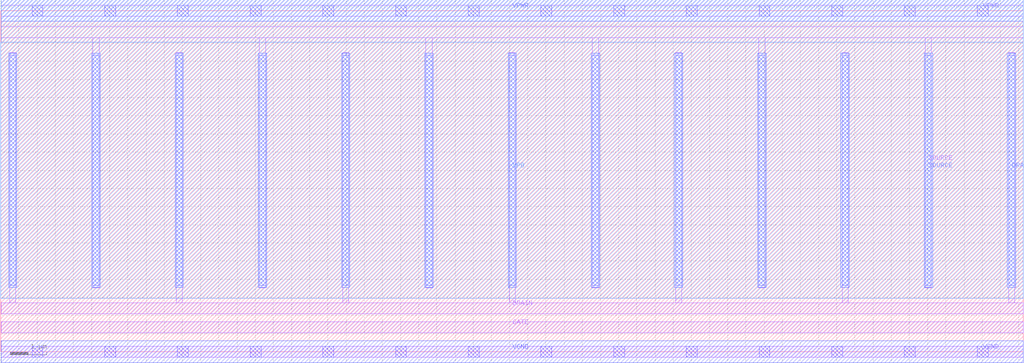
<source format=lef>
VERSION 5.7 ;
  NOWIREEXTENSIONATPIN ON ;
  DIVIDERCHAR "/" ;
  BUSBITCHARS "[]" ;
MACRO sky130_asc_pfet_01v8_lvt_1
  CLASS CORE ;
  FOREIGN sky130_asc_pfet_01v8_lvt_1 ;
  ORIGIN 0.000 0.000 ;
  SIZE 2.940 BY 9.400 ;
  SITE unitasc ;
  PIN GATE
    DIRECTION INOUT ;
    USE SIGNAL ;
    ANTENNAGATEAREA 12.900000 ;
    PORT
      LAYER li1 ;
        RECT 0.000 0.520 2.940 0.820 ;
    END
  END GATE
  PIN SOURCE
    DIRECTION INOUT ;
    USE SIGNAL ;
    ANTENNADIFFAREA 1.870500 ;
    PORT
      LAYER li1 ;
        RECT 0.000 8.650 2.940 8.950 ;
        RECT 2.525 8.245 2.695 8.650 ;
        RECT 2.525 8.130 2.700 8.245 ;
        RECT 2.530 1.755 2.700 8.130 ;
      LAYER mcon ;
        RECT 2.530 1.835 2.700 8.165 ;
      LAYER met1 ;
        RECT 2.500 1.775 2.730 8.225 ;
    END
  END SOURCE
  PIN DRAIN
    DIRECTION INOUT ;
    USE SIGNAL ;
    ANTENNADIFFAREA 1.870500 ;
    PORT
      LAYER li1 ;
        RECT 0.240 1.870 0.410 8.245 ;
        RECT 0.235 1.755 0.410 1.870 ;
        RECT 0.235 1.350 0.405 1.755 ;
        RECT 0.000 1.050 2.940 1.350 ;
      LAYER mcon ;
        RECT 0.240 1.835 0.410 8.165 ;
      LAYER met1 ;
        RECT 0.210 1.775 0.440 8.225 ;
    END
  END DRAIN
  PIN VPB
    DIRECTION INOUT ;
    USE POWER ;
    PORT
      LAYER nwell ;
        RECT 0.000 1.465 2.940 9.700 ;
    END
  END VPB
  PIN VPWR
    DIRECTION INOUT ;
    USE POWER ;
    SHAPE ABUTMENT ;
    PORT
      LAYER li1 ;
        RECT 0.000 9.250 2.940 9.550 ;
      LAYER mcon ;
        RECT 0.850 9.250 1.150 9.550 ;
      LAYER met1 ;
        RECT 0.000 9.100 2.940 9.700 ;
    END
  END VPWR
  PIN VGND
    DIRECTION INOUT ;
    USE GROUND ;
    SHAPE ABUTMENT ;
    PORT
      LAYER li1 ;
        RECT 0.000 -0.150 2.940 0.150 ;
      LAYER mcon ;
        RECT 0.850 -0.150 1.150 0.150 ;
      LAYER met1 ;
        RECT 0.000 -0.300 2.940 0.300 ;
    END
  END VGND
END sky130_asc_pfet_01v8_lvt_1

#--------EOF---------

MACRO sky130_asc_nfet_01v8_lvt_1
  CLASS CORE ;
  FOREIGN sky130_asc_nfet_01v8_lvt_1 ;
  ORIGIN 0.000 0.000 ;
  SIZE 2.580 BY 9.400 ;
  SITE unitasc ;
  PIN VNB
    DIRECTION INOUT ;
    USE POWER ;
    PORT
      LAYER pwell ;
        RECT 0.000 0.150 2.580 5.000 ;
        RECT 0.150 -0.150 0.450 0.150 ;
    END
  END VNB
  PIN GATE
    DIRECTION INOUT ;
    USE SIGNAL ;
    ANTENNAGATEAREA 8.000000 ;
    PORT
      LAYER li1 ;
        RECT 0.000 0.720 2.580 1.020 ;
    END
  END GATE
  PIN SOURCE
    DIRECTION INOUT ;
    USE SIGNAL ;
    ANTENNADIFFAREA 1.160000 ;
    PORT
      LAYER li1 ;
        RECT 0.000 8.250 2.580 8.550 ;
        RECT 2.345 7.020 2.515 8.250 ;
        RECT 2.345 6.730 2.520 7.020 ;
        RECT 2.350 2.980 2.520 6.730 ;
      LAYER mcon ;
        RECT 2.350 3.060 2.520 6.940 ;
      LAYER met1 ;
        RECT 2.320 3.000 2.550 7.000 ;
    END
  END SOURCE
  PIN DRAIN
    DIRECTION INOUT ;
    USE SIGNAL ;
    ANTENNADIFFAREA 1.160000 ;
    PORT
      LAYER li1 ;
        RECT 0.060 3.270 0.230 7.020 ;
        RECT 0.055 2.980 0.230 3.270 ;
        RECT 0.055 2.520 0.225 2.980 ;
        RECT 0.000 2.220 2.580 2.520 ;
      LAYER mcon ;
        RECT 0.060 3.060 0.230 6.940 ;
      LAYER met1 ;
        RECT 0.030 3.000 0.260 7.000 ;
    END
  END DRAIN
  PIN VPWR
    DIRECTION INOUT ;
    USE POWER ;
    PORT
      LAYER li1 ;
        RECT 0.000 9.250 2.580 9.550 ;
      LAYER mcon ;
        RECT 0.850 9.250 1.150 9.550 ;
      LAYER met1 ;
        RECT 0.000 9.100 2.580 9.700 ;
    END
  END VPWR
  PIN VGND
    DIRECTION INOUT ;
    USE GROUND ;
    PORT
      LAYER li1 ;
        RECT 0.000 -0.150 2.580 0.150 ;
      LAYER mcon ;
        RECT 0.850 -0.150 1.150 0.150 ;
      LAYER met1 ;
        RECT 0.000 -0.300 2.580 0.300 ;
    END
  END VGND
END sky130_asc_nfet_01v8_lvt_1

# -------------EOF--------------------

MACRO sky130_asc_pfet_01v8_lvt_6
  CLASS CORE ;
  FOREIGN sky130_asc_pfet_01v8_lvt_6 ;
  ORIGIN 0.000 0.000 ;
  SIZE 14.395 BY 9.400 ;
  SITE unitasc ;
  PIN GATE
    DIRECTION INOUT ;
    USE SIGNAL ;
    ANTENNAGATEAREA 77.400002 ;
    PORT
      LAYER li1 ;
        RECT 0.010 0.520 14.390 0.820 ;
    END
  END GATE
  PIN SOURCE
    DIRECTION INOUT ;
    USE SIGNAL ;
    ANTENNADIFFAREA 5.611500 ;
    PORT
      LAYER li1 ;
        RECT 0.010 8.650 14.390 8.950 ;
        RECT 2.535 1.755 2.705 8.650 ;
        RECT 7.115 1.755 7.285 8.650 ;
        RECT 11.695 1.755 11.865 8.650 ;
      LAYER mcon ;
        RECT 2.535 1.835 2.705 8.165 ;
        RECT 7.115 1.835 7.285 8.165 ;
        RECT 11.695 1.835 11.865 8.165 ;
      LAYER met1 ;
        RECT 2.505 1.775 2.735 8.225 ;
        RECT 7.085 1.775 7.315 8.225 ;
        RECT 11.665 1.775 11.895 8.225 ;
    END
  END SOURCE
  PIN DRAIN
    DIRECTION INOUT ;
    USE SIGNAL ;
    ANTENNADIFFAREA 7.482000 ;
    PORT
      LAYER li1 ;
        RECT 0.245 1.350 0.415 8.245 ;
        RECT 4.825 1.350 4.995 8.245 ;
        RECT 9.405 1.350 9.575 8.245 ;
        RECT 13.985 1.350 14.155 8.245 ;
        RECT 0.010 1.050 14.390 1.350 ;
      LAYER mcon ;
        RECT 0.245 1.835 0.415 8.165 ;
        RECT 4.825 1.835 4.995 8.165 ;
        RECT 9.405 1.835 9.575 8.165 ;
        RECT 13.985 1.835 14.155 8.165 ;
      LAYER met1 ;
        RECT 0.215 1.775 0.445 8.225 ;
        RECT 4.795 1.775 5.025 8.225 ;
        RECT 9.375 1.775 9.605 8.225 ;
        RECT 13.955 1.775 14.185 8.225 ;
    END
  END DRAIN
  PIN VPB
    DIRECTION INOUT ;
    USE POWER ;
    PORT
      LAYER nwell ;
        RECT 0.010 8.535 14.390 9.700 ;
        RECT 0.005 1.465 14.395 8.535 ;
    END
  END VPB
  PIN VPWR
    DIRECTION INOUT ;
    USE POWER ;
    PORT
      LAYER li1 ;
        RECT 0.010 9.250 14.390 9.550 ;
      LAYER mcon ;
        RECT 0.860 9.250 1.160 9.550 ;
        RECT 2.860 9.250 3.160 9.550 ;
        RECT 4.860 9.250 5.160 9.550 ;
        RECT 6.860 9.250 7.160 9.550 ;
        RECT 8.860 9.250 9.160 9.550 ;
        RECT 10.860 9.250 11.160 9.550 ;
        RECT 12.860 9.250 13.160 9.550 ;
      LAYER met1 ;
        RECT 0.010 9.100 14.390 9.700 ;
    END
  END VPWR
  PIN VGND
    DIRECTION INOUT ;
    USE GROUND ;
    PORT
      LAYER li1 ;
        RECT 0.010 -0.150 14.390 0.150 ;
      LAYER mcon ;
        RECT 0.860 -0.150 1.160 0.150 ;
        RECT 2.860 -0.150 3.160 0.150 ;
        RECT 4.860 -0.150 5.160 0.150 ;
        RECT 6.860 -0.150 7.160 0.150 ;
        RECT 8.860 -0.150 9.160 0.150 ;
        RECT 10.860 -0.150 11.160 0.150 ;
        RECT 12.860 -0.150 13.160 0.150 ;
      LAYER met1 ;
        RECT 0.010 -0.300 14.390 0.300 ;
    END
  END VGND
END sky130_asc_pfet_01v8_lvt_6

# -------------EOF--------------------

MACRO sky130_asc_pfet_01v8_lvt_9
  CLASS CORE ;
  FOREIGN sky130_asc_pfet_01v8_lvt_9 ;
  ORIGIN 0.000 0.000 ;
  SIZE 21.260 BY 9.400 ;
  SITE unitasc ;
  PIN GATE
    DIRECTION INOUT ;
    USE SIGNAL ;
    ANTENNAGATEAREA 116.099998 ;
    PORT
      LAYER li1 ;
        RECT 0.000 0.520 21.260 0.820 ;
    END
  END GATE
  PIN SOURCE
    DIRECTION INOUT ;
    USE SIGNAL ;
    ANTENNADIFFAREA 9.352500 ;
    PORT
      LAYER li1 ;
        RECT 0.000 8.650 21.260 8.950 ;
        RECT 2.525 8.245 2.695 8.650 ;
        RECT 7.105 8.245 7.275 8.650 ;
        RECT 11.685 8.245 11.855 8.650 ;
        RECT 16.265 8.245 16.435 8.650 ;
        RECT 20.845 8.245 21.015 8.650 ;
        RECT 2.525 8.130 2.700 8.245 ;
        RECT 7.105 8.130 7.280 8.245 ;
        RECT 11.685 8.130 11.860 8.245 ;
        RECT 16.265 8.130 16.440 8.245 ;
        RECT 20.845 8.130 21.020 8.245 ;
        RECT 2.530 1.755 2.700 8.130 ;
        RECT 7.110 1.755 7.280 8.130 ;
        RECT 11.690 1.755 11.860 8.130 ;
        RECT 16.270 1.755 16.440 8.130 ;
        RECT 20.850 1.755 21.020 8.130 ;
      LAYER mcon ;
        RECT 2.530 1.835 2.700 8.165 ;
        RECT 7.110 1.835 7.280 8.165 ;
        RECT 11.690 1.835 11.860 8.165 ;
        RECT 16.270 1.835 16.440 8.165 ;
        RECT 20.850 1.835 21.020 8.165 ;
      LAYER met1 ;
        RECT 2.500 1.775 2.730 8.225 ;
        RECT 7.080 1.775 7.310 8.225 ;
        RECT 11.660 1.775 11.890 8.225 ;
        RECT 16.240 1.775 16.470 8.225 ;
        RECT 20.820 1.775 21.050 8.225 ;
    END
  END SOURCE
  PIN DRAIN
    DIRECTION INOUT ;
    USE SIGNAL ;
    ANTENNADIFFAREA 9.352500 ;
    PORT
      LAYER li1 ;
        RECT 0.240 1.870 0.410 8.245 ;
        RECT 4.820 1.870 4.990 8.245 ;
        RECT 9.400 1.870 9.570 8.245 ;
        RECT 13.980 1.870 14.150 8.245 ;
        RECT 18.560 1.870 18.730 8.245 ;
        RECT 0.235 1.755 0.410 1.870 ;
        RECT 4.815 1.755 4.990 1.870 ;
        RECT 9.395 1.755 9.570 1.870 ;
        RECT 13.975 1.755 14.150 1.870 ;
        RECT 18.555 1.755 18.730 1.870 ;
        RECT 0.235 1.350 0.405 1.755 ;
        RECT 4.815 1.350 4.985 1.755 ;
        RECT 9.395 1.350 9.565 1.755 ;
        RECT 13.975 1.350 14.145 1.755 ;
        RECT 18.555 1.350 18.725 1.755 ;
        RECT 0.000 1.050 21.260 1.350 ;
      LAYER mcon ;
        RECT 0.240 1.835 0.410 8.165 ;
        RECT 4.820 1.835 4.990 8.165 ;
        RECT 9.400 1.835 9.570 8.165 ;
        RECT 13.980 1.835 14.150 8.165 ;
        RECT 18.560 1.835 18.730 8.165 ;
      LAYER met1 ;
        RECT 0.210 1.775 0.440 8.225 ;
        RECT 4.790 1.775 5.020 8.225 ;
        RECT 9.370 1.775 9.600 8.225 ;
        RECT 13.950 1.775 14.180 8.225 ;
        RECT 18.530 1.775 18.760 8.225 ;
    END
  END DRAIN
  PIN VPB
    DIRECTION INOUT ;
    USE POWER ;
    PORT
      LAYER nwell ;
        RECT 0.000 1.465 21.260 9.700 ;
    END
  END VPB
  PIN VPWR
    DIRECTION INOUT ;
    USE POWER ;
    PORT
      LAYER li1 ;
        RECT 0.000 9.250 21.260 9.550 ;
      LAYER mcon ;
        RECT 0.850 9.250 1.150 9.550 ;
        RECT 2.850 9.250 3.150 9.550 ;
        RECT 4.850 9.250 5.150 9.550 ;
        RECT 6.850 9.250 7.150 9.550 ;
        RECT 8.850 9.250 9.150 9.550 ;
        RECT 10.850 9.250 11.150 9.550 ;
        RECT 12.850 9.250 13.150 9.550 ;
        RECT 14.850 9.250 15.150 9.550 ;
        RECT 16.850 9.250 17.150 9.550 ;
        RECT 18.850 9.250 19.150 9.550 ;
      LAYER met1 ;
        RECT 0.000 9.100 21.260 9.700 ;
    END
  END VPWR
  PIN VGND
    DIRECTION INOUT ;
    USE GROUND ;
    PORT
      LAYER li1 ;
        RECT 0.000 -0.150 21.260 0.150 ;
      LAYER mcon ;
        RECT 0.850 -0.150 1.150 0.150 ;
        RECT 2.850 -0.150 3.150 0.150 ;
        RECT 4.850 -0.150 5.150 0.150 ;
        RECT 6.850 -0.150 7.150 0.150 ;
        RECT 8.850 -0.150 9.150 0.150 ;
        RECT 10.850 -0.150 11.150 0.150 ;
        RECT 12.850 -0.150 13.150 0.150 ;
        RECT 14.850 -0.150 15.150 0.150 ;
        RECT 16.850 -0.150 17.150 0.150 ;
        RECT 18.850 -0.150 19.150 0.150 ;
      LAYER met1 ;
        RECT 0.000 -0.300 21.260 0.300 ;
    END
  END VGND
END sky130_asc_pfet_01v8_lvt_9

# -------------EOF--------------------

MACRO sky130_asc_pfet_01v8_lvt_12
  CLASS CORE ;
  FOREIGN sky130_asc_pfet_01v8_lvt_12 ;
  ORIGIN 0.000 0.000 ;
  SIZE 28.135 BY 9.400 ;
  SITE unitasc ;
  PIN GATE
    DIRECTION INOUT ;
    USE SIGNAL ;
    ANTENNAGATEAREA 154.800003 ;
    PORT
      LAYER li1 ;
        RECT 0.010 0.520 28.130 0.820 ;
    END
  END GATE
  PIN SOURCE
    DIRECTION INOUT ;
    USE SIGNAL ;
    ANTENNADIFFAREA 11.223000 ;
    PORT
      LAYER li1 ;
        RECT 0.010 8.650 28.130 8.950 ;
        RECT 2.535 1.755 2.705 8.650 ;
        RECT 7.115 1.755 7.285 8.650 ;
        RECT 11.695 1.755 11.865 8.650 ;
        RECT 16.275 1.755 16.445 8.650 ;
        RECT 20.855 1.755 21.025 8.650 ;
        RECT 25.435 1.755 25.605 8.650 ;
      LAYER mcon ;
        RECT 2.535 1.835 2.705 8.165 ;
        RECT 7.115 1.835 7.285 8.165 ;
        RECT 11.695 1.835 11.865 8.165 ;
        RECT 16.275 1.835 16.445 8.165 ;
        RECT 20.855 1.835 21.025 8.165 ;
        RECT 25.435 1.835 25.605 8.165 ;
      LAYER met1 ;
        RECT 2.505 1.775 2.735 8.225 ;
        RECT 7.085 1.775 7.315 8.225 ;
        RECT 11.665 1.775 11.895 8.225 ;
        RECT 16.245 1.775 16.475 8.225 ;
        RECT 20.825 1.775 21.055 8.225 ;
        RECT 25.405 1.775 25.635 8.225 ;
    END
  END SOURCE
  PIN DRAIN
    DIRECTION INOUT ;
    USE SIGNAL ;
    ANTENNADIFFAREA 13.093500 ;
    PORT
      LAYER li1 ;
        RECT 0.245 1.350 0.415 8.245 ;
        RECT 4.825 1.350 4.995 8.245 ;
        RECT 9.405 1.350 9.575 8.245 ;
        RECT 13.985 1.350 14.155 8.245 ;
        RECT 18.565 1.350 18.735 8.245 ;
        RECT 23.145 1.350 23.315 8.245 ;
        RECT 27.725 1.350 27.895 8.245 ;
        RECT 0.010 1.050 28.130 1.350 ;
      LAYER mcon ;
        RECT 0.245 1.835 0.415 8.165 ;
        RECT 4.825 1.835 4.995 8.165 ;
        RECT 9.405 1.835 9.575 8.165 ;
        RECT 13.985 1.835 14.155 8.165 ;
        RECT 18.565 1.835 18.735 8.165 ;
        RECT 23.145 1.835 23.315 8.165 ;
        RECT 27.725 1.835 27.895 8.165 ;
      LAYER met1 ;
        RECT 0.215 1.775 0.445 8.225 ;
        RECT 4.795 1.775 5.025 8.225 ;
        RECT 9.375 1.775 9.605 8.225 ;
        RECT 13.955 1.775 14.185 8.225 ;
        RECT 18.535 1.775 18.765 8.225 ;
        RECT 23.115 1.775 23.345 8.225 ;
        RECT 27.695 1.775 27.925 8.225 ;
    END
  END DRAIN
  PIN VPB
    DIRECTION INOUT ;
    USE POWER ;
    PORT
      LAYER nwell ;
        RECT 0.010 8.535 28.130 9.700 ;
        RECT 0.005 1.465 28.135 8.535 ;
    END
  END VPB
  PIN VPWR
    DIRECTION INOUT ;
    USE POWER ;
    PORT
      LAYER li1 ;
        RECT 0.010 9.250 28.130 9.550 ;
      LAYER mcon ;
        RECT 0.860 9.250 1.160 9.550 ;
        RECT 2.860 9.250 3.160 9.550 ;
        RECT 4.860 9.250 5.160 9.550 ;
        RECT 6.860 9.250 7.160 9.550 ;
        RECT 8.860 9.250 9.160 9.550 ;
        RECT 10.860 9.250 11.160 9.550 ;
        RECT 12.860 9.250 13.160 9.550 ;
        RECT 14.860 9.250 15.160 9.550 ;
        RECT 16.860 9.250 17.160 9.550 ;
        RECT 18.860 9.250 19.160 9.550 ;
        RECT 20.860 9.250 21.160 9.550 ;
        RECT 22.860 9.250 23.160 9.550 ;
        RECT 24.860 9.250 25.160 9.550 ;
        RECT 26.860 9.250 27.160 9.550 ;
      LAYER met1 ;
        RECT 0.010 9.100 28.130 9.700 ;
    END
  END VPWR
  PIN VGND
    DIRECTION INOUT ;
    USE GROUND ;
    PORT
      LAYER li1 ;
        RECT 0.010 -0.150 28.130 0.150 ;
      LAYER mcon ;
        RECT 0.860 -0.150 1.160 0.150 ;
        RECT 2.860 -0.150 3.160 0.150 ;
        RECT 4.860 -0.150 5.160 0.150 ;
        RECT 6.860 -0.150 7.160 0.150 ;
        RECT 8.860 -0.150 9.160 0.150 ;
        RECT 10.860 -0.150 11.160 0.150 ;
        RECT 12.860 -0.150 13.160 0.150 ;
        RECT 14.860 -0.150 15.160 0.150 ;
        RECT 16.860 -0.150 17.160 0.150 ;
        RECT 18.860 -0.150 19.160 0.150 ;
        RECT 20.860 -0.150 21.160 0.150 ;
        RECT 22.860 -0.150 23.160 0.150 ;
        RECT 24.860 -0.150 25.160 0.150 ;
        RECT 26.860 -0.150 27.160 0.150 ;
      LAYER met1 ;
        RECT 0.010 -0.300 28.130 0.300 ;
    END
  END VGND
END sky130_asc_pfet_01v8_lvt_12

# -------------EOF--------------------

MACRO sky130_asc_nfet_01v8_lvt_9
  CLASS CORE ;
  FOREIGN sky130_asc_nfet_01v8_lvt_9 ;
  ORIGIN 0.000 0.000 ;
  SIZE 20.900 BY 9.400 ;
  SITE unitasc ;
  PIN GATE
    DIRECTION INOUT ;
    ANTENNAGATEAREA 54.000000 ;
    PORT
      LAYER li1 ;
        RECT 0.000 1.220 20.900 1.520 ;
    END
  END GATE
  PIN SOURCE
    DIRECTION INOUT ;
    ANTENNADIFFAREA 4.350000 ;
    PORT
      LAYER li1 ;
        RECT 0.000 8.450 20.900 8.750 ;
        RECT 2.345 6.520 2.515 8.450 ;
        RECT 6.925 6.520 7.095 8.450 ;
        RECT 11.505 6.520 11.675 8.450 ;
        RECT 16.085 6.520 16.255 8.450 ;
        RECT 20.665 6.520 20.835 8.450 ;
        RECT 2.345 6.430 2.520 6.520 ;
        RECT 6.925 6.430 7.100 6.520 ;
        RECT 11.505 6.430 11.680 6.520 ;
        RECT 16.085 6.430 16.260 6.520 ;
        RECT 20.665 6.430 20.840 6.520 ;
        RECT 2.350 3.480 2.520 6.430 ;
        RECT 6.930 3.480 7.100 6.430 ;
        RECT 11.510 3.480 11.680 6.430 ;
        RECT 16.090 3.480 16.260 6.430 ;
        RECT 20.670 3.480 20.840 6.430 ;
      LAYER mcon ;
        RECT 2.350 3.560 2.520 6.440 ;
        RECT 6.930 3.560 7.100 6.440 ;
        RECT 11.510 3.560 11.680 6.440 ;
        RECT 16.090 3.560 16.260 6.440 ;
        RECT 20.670 3.560 20.840 6.440 ;
      LAYER met1 ;
        RECT 2.320 3.500 2.550 6.500 ;
        RECT 6.900 3.500 7.130 6.500 ;
        RECT 11.480 3.500 11.710 6.500 ;
        RECT 16.060 3.500 16.290 6.500 ;
        RECT 20.640 3.500 20.870 6.500 ;
    END
  END SOURCE
  PIN DRAIN
    DIRECTION INOUT ;
    ANTENNADIFFAREA 4.350000 ;
    PORT
      LAYER li1 ;
        RECT 0.060 3.770 0.230 6.520 ;
        RECT 4.640 3.770 4.810 6.520 ;
        RECT 9.220 3.770 9.390 6.520 ;
        RECT 13.800 3.770 13.970 6.520 ;
        RECT 18.380 3.770 18.550 6.520 ;
        RECT 0.055 3.480 0.230 3.770 ;
        RECT 4.635 3.480 4.810 3.770 ;
        RECT 9.215 3.480 9.390 3.770 ;
        RECT 13.795 3.480 13.970 3.770 ;
        RECT 18.375 3.480 18.550 3.770 ;
        RECT 0.055 2.150 0.225 3.480 ;
        RECT 4.635 2.150 4.805 3.480 ;
        RECT 9.215 2.150 9.385 3.480 ;
        RECT 13.795 2.150 13.965 3.480 ;
        RECT 18.375 2.150 18.545 3.480 ;
        RECT 0.000 1.850 20.900 2.150 ;
      LAYER mcon ;
        RECT 0.060 3.560 0.230 6.440 ;
        RECT 4.640 3.560 4.810 6.440 ;
        RECT 9.220 3.560 9.390 6.440 ;
        RECT 13.800 3.560 13.970 6.440 ;
        RECT 18.380 3.560 18.550 6.440 ;
      LAYER met1 ;
        RECT 0.030 3.500 0.260 6.500 ;
        RECT 4.610 3.500 4.840 6.500 ;
        RECT 9.190 3.500 9.420 6.500 ;
        RECT 13.770 3.500 14.000 6.500 ;
        RECT 18.350 3.500 18.580 6.500 ;
    END
  END DRAIN
  PIN VNB
    DIRECTION INOUT ;
    USE GROUND ;
    PORT
      LAYER pwell ;
        RECT 0.000 0.150 20.900 5.000 ;
        RECT 20.600 -0.150 20.900 0.150 ;
    END
  END VNB
  PIN VPWR
    DIRECTION INOUT ;
    USE POWER ;
    PORT
      LAYER li1 ;
        RECT 0.000 9.250 20.900 9.550 ;
      LAYER mcon ;
        RECT 0.850 9.250 1.150 9.550 ;
        RECT 2.850 9.250 3.150 9.550 ;
        RECT 4.850 9.250 5.150 9.550 ;
        RECT 6.850 9.250 7.150 9.550 ;
        RECT 8.850 9.250 9.150 9.550 ;
        RECT 10.850 9.250 11.150 9.550 ;
        RECT 12.850 9.250 13.150 9.550 ;
        RECT 14.850 9.250 15.150 9.550 ;
        RECT 16.850 9.250 17.150 9.550 ;
        RECT 18.850 9.250 19.150 9.550 ;
      LAYER met1 ;
        RECT 0.000 9.100 20.900 9.700 ;
    END
  END VPWR
  PIN VGND
    DIRECTION INOUT ;
    USE GROUND ;
    PORT
      LAYER li1 ;
        RECT 0.000 -0.150 20.900 0.150 ;
      LAYER mcon ;
        RECT 0.850 -0.150 1.150 0.150 ;
        RECT 2.850 -0.150 3.150 0.150 ;
        RECT 4.850 -0.150 5.150 0.150 ;
        RECT 6.850 -0.150 7.150 0.150 ;
        RECT 8.850 -0.150 9.150 0.150 ;
        RECT 10.850 -0.150 11.150 0.150 ;
        RECT 12.850 -0.150 13.150 0.150 ;
        RECT 14.850 -0.150 15.150 0.150 ;
        RECT 16.850 -0.150 17.150 0.150 ;
        RECT 18.850 -0.150 19.150 0.150 ;
      LAYER met1 ;
        RECT 0.000 -0.300 20.900 0.300 ;
    END
  END VGND
END sky130_asc_nfet_01v8_lvt_9

# -------------EOF--------------------

MACRO sky130_fd_sc_hd__inv_2
  CLASS CORE ;
  FOREIGN sky130_fd_sc_hd__inv_2 ;
  ORIGIN 0.000 0.000 ;
  SIZE 1.380 BY 2.720 ;
  SYMMETRY X Y R90 ;
  SITE unithd ;
  PIN A
    DIRECTION INPUT ;
    USE SIGNAL ;
    ANTENNAGATEAREA 0.495000 ;
    PORT
      LAYER li1 ;
        RECT 0.105 1.075 0.435 1.325 ;
    END
  END A
  PIN VGND
    DIRECTION INOUT ;
    USE GROUND ;
    SHAPE ABUTMENT ;
    PORT
      LAYER met1 ;
        RECT 0.000 -0.240 1.380 0.240 ;
    END
  END VGND
  PIN VNB
    DIRECTION INOUT ;
    USE GROUND ;
    PORT
      LAYER pwell ;
        RECT 0.015 0.105 1.365 1.015 ;
        RECT 0.145 -0.085 0.315 0.105 ;
    END
  END VNB
  PIN VPB
    DIRECTION INOUT ;
    USE POWER ;
    PORT
      LAYER nwell ;
        RECT -0.190 1.305 1.570 2.910 ;
    END
  END VPB
  PIN VPWR
    DIRECTION INOUT ;
    USE POWER ;
    SHAPE ABUTMENT ;
    PORT
      LAYER met1 ;
        RECT 0.000 2.480 1.380 2.960 ;
    END
  END VPWR
  PIN Y
    DIRECTION OUTPUT ;
    USE SIGNAL ;
    ANTENNADIFFAREA 0.445500 ;
    PORT
      LAYER li1 ;
        RECT 0.525 1.485 0.855 2.465 ;
        RECT 0.605 0.885 0.855 1.485 ;
        RECT 0.525 0.255 0.855 0.885 ;
    END
  END Y
  OBS
      LAYER li1 ;
        RECT 0.000 2.635 1.380 2.805 ;
        RECT 0.125 1.495 0.355 2.635 ;
        RECT 1.025 1.495 1.235 2.635 ;
        RECT 0.125 0.085 0.355 0.905 ;
        RECT 1.025 0.085 1.235 0.905 ;
        RECT 0.000 -0.085 1.380 0.085 ;
      LAYER mcon ;
        RECT 0.145 2.635 0.315 2.805 ;
        RECT 0.605 2.635 0.775 2.805 ;
        RECT 1.065 2.635 1.235 2.805 ;
        RECT 0.145 -0.085 0.315 0.085 ;
        RECT 0.605 -0.085 0.775 0.085 ;
        RECT 1.065 -0.085 1.235 0.085 ;
  END
END sky130_fd_sc_hd__inv_2

END LIBRARY






</source>
